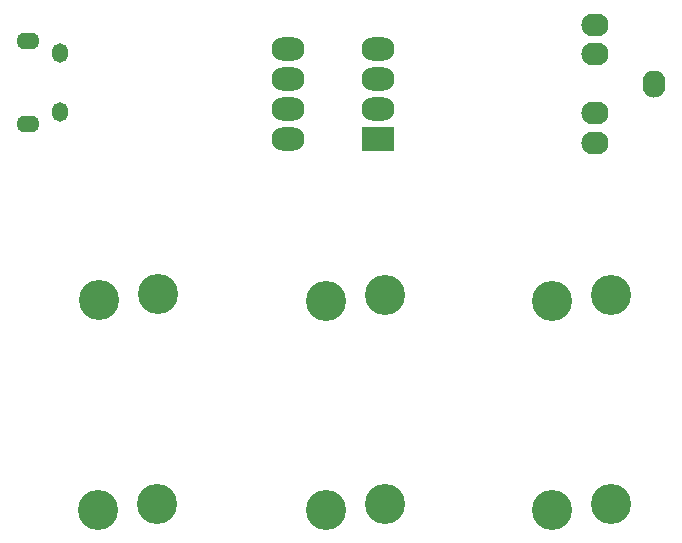
<source format=gbs>
G04 #@! TF.FileFunction,Soldermask,Bot*
%FSLAX46Y46*%
G04 Gerber Fmt 4.6, Leading zero omitted, Abs format (unit mm)*
G04 Created by KiCad (PCBNEW 4.0.6) date Sunday, July 23, 2017 'AMt' 01:12:39 AM*
%MOMM*%
%LPD*%
G01*
G04 APERTURE LIST*
%ADD10C,0.100000*%
%ADD11O,1.924000X2.300000*%
%ADD12O,2.300000X1.924000*%
%ADD13R,2.800000X2.000000*%
%ADD14O,2.800000X2.000000*%
%ADD15O,1.350000X1.650000*%
%ADD16O,1.950000X1.400000*%
%ADD17C,3.400000*%
G04 APERTURE END LIST*
D10*
D11*
X165172000Y-79627000D03*
D12*
X160172000Y-82127000D03*
X160172000Y-77127000D03*
X160172000Y-84627000D03*
X160172000Y-74627000D03*
D13*
X141772000Y-84327000D03*
D14*
X134152000Y-76707000D03*
X141772000Y-81787000D03*
X134152000Y-79247000D03*
X141772000Y-79247000D03*
X134152000Y-81787000D03*
X141772000Y-76707000D03*
X134152000Y-84327000D03*
D15*
X114822000Y-77027000D03*
X114822000Y-82027000D03*
D16*
X112122000Y-76027000D03*
X112122000Y-83027000D03*
D17*
X118172000Y-97927000D03*
X123172000Y-97427000D03*
X118072000Y-115727000D03*
X123072000Y-115227000D03*
X137372000Y-98027000D03*
X142372000Y-97527000D03*
X137372000Y-115727000D03*
X142372000Y-115227000D03*
X156472000Y-98027000D03*
X161472000Y-97527000D03*
X156472000Y-115727000D03*
X161472000Y-115227000D03*
M02*

</source>
